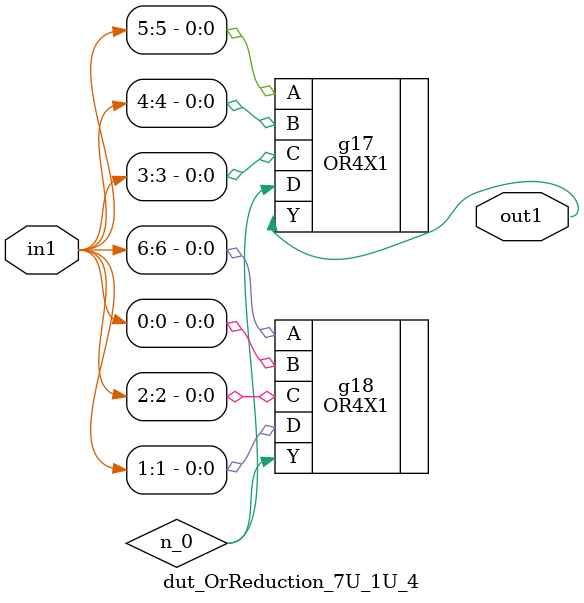
<source format=v>
`timescale 1ps / 1ps


module dut_OrReduction_7U_1U_4(in1, out1);
  input [6:0] in1;
  output out1;
  wire [6:0] in1;
  wire out1;
  wire n_0;
  OR4X1 g17(.A (in1[5]), .B (in1[4]), .C (in1[3]), .D (n_0), .Y (out1));
  OR4X1 g18(.A (in1[6]), .B (in1[0]), .C (in1[2]), .D (in1[1]), .Y
       (n_0));
endmodule



</source>
